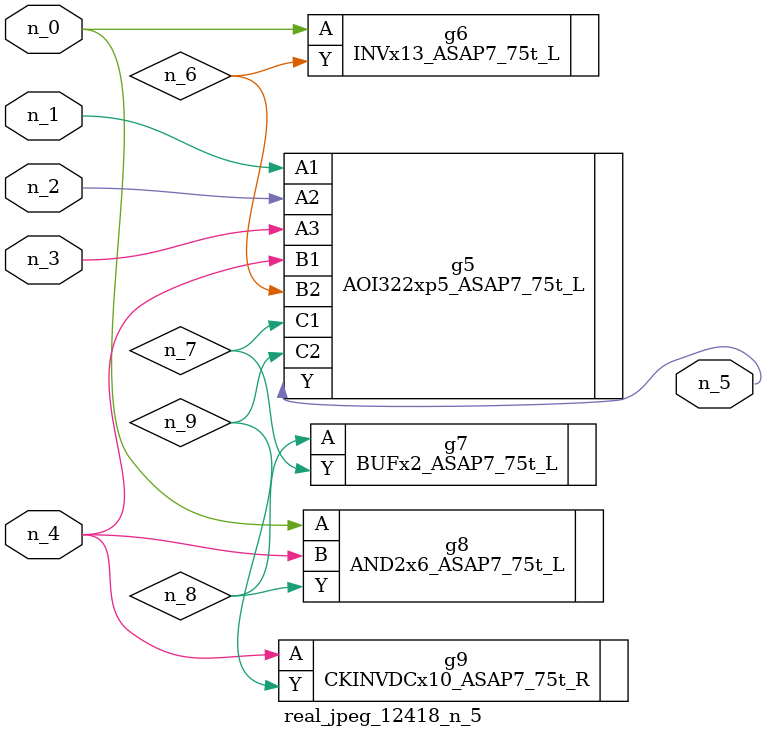
<source format=v>
module real_jpeg_12418_n_5 (n_4, n_0, n_1, n_2, n_3, n_5);

input n_4;
input n_0;
input n_1;
input n_2;
input n_3;

output n_5;

wire n_8;
wire n_6;
wire n_7;
wire n_9;

INVx13_ASAP7_75t_L g6 ( 
.A(n_0),
.Y(n_6)
);

AND2x6_ASAP7_75t_L g8 ( 
.A(n_0),
.B(n_4),
.Y(n_8)
);

AOI322xp5_ASAP7_75t_L g5 ( 
.A1(n_1),
.A2(n_2),
.A3(n_3),
.B1(n_4),
.B2(n_6),
.C1(n_7),
.C2(n_9),
.Y(n_5)
);

CKINVDCx10_ASAP7_75t_R g9 ( 
.A(n_4),
.Y(n_9)
);

BUFx2_ASAP7_75t_L g7 ( 
.A(n_8),
.Y(n_7)
);


endmodule
</source>
